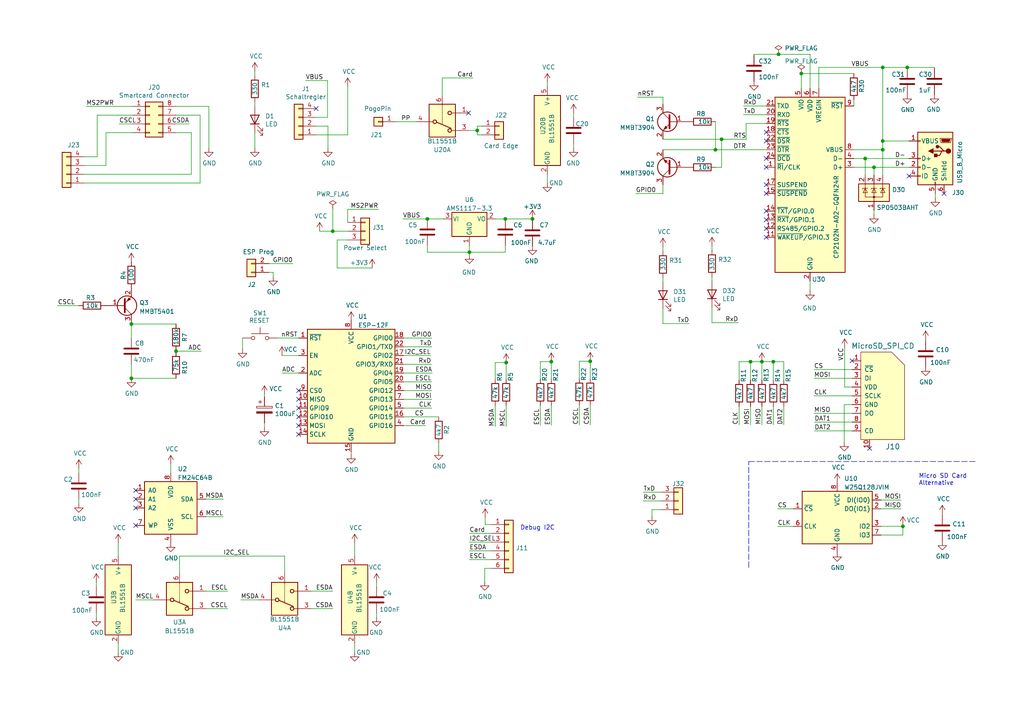
<source format=kicad_sch>
(kicad_sch (version 20211123) (generator eeschema)
  (paper "A4")
  (title_block (title "Lokkarten Emulator") (date "2024-03-02") (rev "0.99") (company "Modellbahn eXtreme") (comment 1 "Gerhard Bertelsmann"))
  (junction (at 38.1 93.98))
  (junction (at 232.41 21.336))
  (junction (at 138.43 37.846))
  (junction (at 209.296 40.386))
  (junction (at 123.952 63.5))
  (junction (at 207.518 43.434))
  (junction (at 256.032 40.894))
  (junction (at 250.952 45.974))
  (junction (at 146.812 105.156))
  (junction (at 159.893 104.902))
  (junction (at 225.806 15.748))
  (junction (at 96.52 67.056))
  (junction (at 256.032 43.434))
  (junction (at 261.874 152.654))
  (junction (at 136.144 73.152))
  (junction (at 38.1 109.728))
  (junction (at 263.144 19.558))
  (junction (at 171.196 104.775))
  (junction (at 154.432 63.5))
  (junction (at 51.054 101.854))
  (junction (at 146.558 63.5))
  (junction (at 256.032 19.558))
  (junction (at 217.678 104.902))
  (junction (at 220.98 104.902))
  (junction (at 224.282 104.902))
  (junction (at 253.492 48.514))
  (no_connect (at 222.25 61.214))
  (no_connect (at 86.614 123.444))
  (no_connect (at 91.694 31.496))
  (no_connect (at 39.37 142.24))
  (no_connect (at 86.614 120.904))
  (no_connect (at 222.25 68.834))
  (no_connect (at 222.25 63.754))
  (no_connect (at 86.614 115.824))
  (no_connect (at 86.614 118.364))
  (no_connect (at 273.812 56.134))
  (no_connect (at 252.222 130.048))
  (no_connect (at 39.37 152.4))
  (no_connect (at 263.652 51.054))
  (no_connect (at 222.25 53.594))
  (no_connect (at 247.142 104.648))
  (no_connect (at 86.614 113.284))
  (no_connect (at 222.25 66.294))
  (no_connect (at 135.89 32.766))
  (no_connect (at 222.25 45.974))
  (no_connect (at 222.25 40.894))
  (no_connect (at 39.37 144.78))
  (no_connect (at 222.25 38.354))
  (no_connect (at 222.25 48.514))
  (no_connect (at 222.25 56.134))
  (no_connect (at 86.614 125.984))
  (no_connect (at 39.37 147.32))
  (wire (pts (xy 91.694 39.116) (xy 100.838 39.116)))
  (wire (pts (xy 70.358 98.044) (xy 70.358 101.219)))
  (wire (pts (xy 51.054 101.854) (xy 51.054 102.108)))
  (wire (pts (xy 159.893 117.602) (xy 159.893 123.317)))
  (wire (pts (xy 136.144 154.686) (xy 142.494 154.686)))
  (wire (pts (xy 247.65 43.434) (xy 256.032 43.434)))
  (wire (pts (xy 247.142 109.728) (xy 236.093 109.728)))
  (wire (pts (xy 166.37 32.766) (xy 166.37 34.036)))
  (wire (pts (xy 217.678 110.236) (xy 217.678 104.902)))
  (wire (pts (xy 191.643 147.828) (xy 189.103 147.828)))
  (wire (pts (xy 136.144 71.12) (xy 136.144 73.152)))
  (wire (pts (xy 206.502 89.154) (xy 206.502 93.599)))
  (wire (pts (xy 38.354 38.481) (xy 30.734 38.481)))
  (wire (pts (xy 117.094 105.664) (xy 125.095 105.664)))
  (wire (pts (xy 250.952 45.974) (xy 263.652 45.974)))
  (wire (pts (xy 109.22 177.8) (xy 109.22 179.07)))
  (wire (pts (xy 261.874 155.194) (xy 261.874 152.654)))
  (wire (pts (xy 22.86 135.89) (xy 22.86 137.16)))
  (wire (pts (xy 146.812 105.156) (xy 146.812 109.982)))
  (wire (pts (xy 30.734 48.006) (xy 24.384 48.006)))
  (wire (pts (xy 81.788 103.124) (xy 86.614 103.124)))
  (wire (pts (xy 117.094 118.364) (xy 125.222 118.364)))
  (wire (pts (xy 271.272 56.134) (xy 271.272 57.404)))
  (wire (pts (xy 51.054 101.6) (xy 51.054 101.854)))
  (wire (pts (xy 191.643 142.748) (xy 186.563 142.748)))
  (wire (pts (xy 100.838 60.706) (xy 109.728 60.706)))
  (wire (pts (xy 166.37 41.656) (xy 166.37 42.926)))
  (wire (pts (xy 215.646 33.274) (xy 222.25 33.274)))
  (wire (pts (xy 16.764 88.646) (xy 22.86 88.646)))
  (wire (pts (xy 128.27 27.686) (xy 128.27 22.606)))
  (wire (pts (xy 55.499 38.481) (xy 55.499 50.546)))
  (wire (pts (xy 192.278 89.408) (xy 192.278 93.853)))
  (wire (pts (xy 140.589 164.846) (xy 140.589 168.656)))
  (wire (pts (xy 236.093 119.888) (xy 247.142 119.888)))
  (wire (pts (xy 101.854 131.826) (xy 101.854 131.064)))
  (wire (pts (xy 102.87 186.69) (xy 102.87 189.23)))
  (wire (pts (xy 232.41 21.336) (xy 247.65 21.336)))
  (wire (pts (xy 91.694 36.576) (xy 95.123 36.576)))
  (wire (pts (xy 143.637 105.156) (xy 146.812 105.156)))
  (wire (pts (xy 215.646 30.734) (xy 222.25 30.734)))
  (wire (pts (xy 224.282 117.856) (xy 224.282 123.19)))
  (wire (pts (xy 247.142 112.268) (xy 244.983 112.268)))
  (wire (pts (xy 77.978 76.454) (xy 84.963 76.454)))
  (wire (pts (xy 136.144 73.152) (xy 123.952 73.152)))
  (wire (pts (xy 58.039 33.401) (xy 58.039 53.086)))
  (wire (pts (xy 146.812 117.602) (xy 146.812 123.698)))
  (wire (pts (xy 123.952 63.5) (xy 128.524 63.5)))
  (wire (pts (xy 271.018 19.558) (xy 271.018 19.812)))
  (wire (pts (xy 58.039 53.086) (xy 24.384 53.086)))
  (wire (pts (xy 140.716 152.146) (xy 140.716 150.114)))
  (wire (pts (xy 234.95 81.534) (xy 234.95 84.328)))
  (wire (pts (xy 256.032 43.434) (xy 256.032 50.8)))
  (wire (pts (xy 171.196 117.475) (xy 171.196 123.19)))
  (wire (pts (xy 80.518 98.044) (xy 86.614 98.044)))
  (wire (pts (xy 214.376 104.902) (xy 217.678 104.902)))
  (wire (pts (xy 88.646 23.368) (xy 94.996 23.368)))
  (wire (pts (xy 97.79 77.724) (xy 107.95 77.724)))
  (wire (pts (xy 207.518 48.514) (xy 209.296 48.514)))
  (wire (pts (xy 100.838 64.516) (xy 100.838 60.706)))
  (wire (pts (xy 51.054 35.941) (xy 54.864 35.941)))
  (wire (pts (xy 256.032 19.558) (xy 256.032 40.894)))
  (wire (pts (xy 192.278 56.134) (xy 192.278 53.594)))
  (wire (pts (xy 192.278 71.628) (xy 192.278 72.898)))
  (wire (pts (xy 28.194 45.466) (xy 24.384 45.466)))
  (wire (pts (xy 225.552 152.654) (xy 230.124 152.654)))
  (wire (pts (xy 59.69 149.86) (xy 64.77 149.86)))
  (wire (pts (xy 255.524 152.654) (xy 261.874 152.654)))
  (wire (pts (xy 220.98 117.856) (xy 220.98 123.19)))
  (wire (pts (xy 207.518 35.306) (xy 207.518 43.434)))
  (wire (pts (xy 52.07 161.29) (xy 52.07 166.37)))
  (wire (pts (xy 100.838 25.146) (xy 100.838 39.116)))
  (wire (pts (xy 253.492 48.514) (xy 263.652 48.514)))
  (wire (pts (xy 27.94 177.8) (xy 27.94 179.07)))
  (wire (pts (xy 142.494 159.766) (xy 136.144 159.766)))
  (wire (pts (xy 192.278 30.226) (xy 192.278 28.194)))
  (wire (pts (xy 206.502 71.374) (xy 206.502 72.644)))
  (wire (pts (xy 76.708 122.682) (xy 76.708 123.952)))
  (wire (pts (xy 247.65 45.974) (xy 250.952 45.974)))
  (wire (pts (xy 135.89 37.846) (xy 138.43 37.846)))
  (wire (pts (xy 73.914 38.481) (xy 73.914 42.926)))
  (wire (pts (xy 38.1 93.98) (xy 51.054 93.98)))
  (wire (pts (xy 128.27 22.606) (xy 137.16 22.606)))
  (wire (pts (xy 90.17 171.45) (xy 96.52 171.45)))
  (wire (pts (xy 227.33 117.856) (xy 227.33 123.19)))
  (wire (pts (xy 69.85 173.99) (xy 74.93 173.99)))
  (wire (pts (xy 225.806 15.748) (xy 218.694 15.748)))
  (wire (pts (xy 217.678 117.856) (xy 217.678 123.19)))
  (wire (pts (xy 109.22 168.91) (xy 109.22 170.18)))
  (wire (pts (xy 159.893 109.982) (xy 159.893 104.902)))
  (wire (pts (xy 192.278 28.194) (xy 184.912 28.194)))
  (wire (pts (xy 237.49 19.558) (xy 256.032 19.558)))
  (wire (pts (xy 142.494 162.306) (xy 136.144 162.306)))
  (wire (pts (xy 38.1 93.98) (xy 38.1 98.044)))
  (wire (pts (xy 123.952 63.5) (xy 116.84 63.5)))
  (wire (pts (xy 55.499 50.546) (xy 24.384 50.546)))
  (wire (pts (xy 268.478 98.552) (xy 268.478 98.806)))
  (wire (pts (xy 79.248 78.994) (xy 79.248 80.264)))
  (wire (pts (xy 158.75 23.876) (xy 158.75 25.146)))
  (wire (pts (xy 232.41 25.654) (xy 232.41 21.336)))
  (wire (pts (xy 273.304 149.098) (xy 273.304 149.352)))
  (wire (pts (xy 236.22 124.968) (xy 247.142 124.968)))
  (wire (pts (xy 142.494 157.226) (xy 136.144 157.226)))
  (wire (pts (xy 117.094 115.824) (xy 125.222 115.824)))
  (wire (pts (xy 191.643 145.288) (xy 186.563 145.288)))
  (wire (pts (xy 218.694 15.748) (xy 218.694 16.002)))
  (wire (pts (xy 136.144 73.152) (xy 146.558 73.152)))
  (wire (pts (xy 224.282 104.902) (xy 227.33 104.902)))
  (wire (pts (xy 227.33 104.902) (xy 227.33 110.236)))
  (wire (pts (xy 90.17 176.53) (xy 96.52 176.53)))
  (wire (pts (xy 216.408 40.386) (xy 209.296 40.386)))
  (wire (pts (xy 244.983 112.268) (xy 244.983 100.838)))
  (polyline (pts (xy 217.17 164.592) (xy 217.17 133.858)))
  (wire (pts (xy 247.65 28.956) (xy 247.65 30.734)))
  (wire (pts (xy 158.75 50.546) (xy 158.75 53.086)))
  (wire (pts (xy 209.296 48.514) (xy 209.296 40.386)))
  (wire (pts (xy 51.054 101.854) (xy 58.42 101.854)))
  (wire (pts (xy 168.021 104.775) (xy 171.196 104.775)))
  (wire (pts (xy 38.1 93.726) (xy 38.1 93.98)))
  (wire (pts (xy 76.708 114.427) (xy 76.708 115.062)))
  (wire (pts (xy 97.79 69.596) (xy 97.79 77.724)))
  (wire (pts (xy 138.43 36.576) (xy 139.7 36.576)))
  (wire (pts (xy 156.718 104.902) (xy 159.893 104.902)))
  (wire (pts (xy 94.996 34.036) (xy 94.996 23.368)))
  (wire (pts (xy 22.86 144.78) (xy 22.86 146.05)))
  (wire (pts (xy 38.354 33.401) (xy 28.194 33.401)))
  (wire (pts (xy 49.53 134.62) (xy 49.53 137.16)))
  (wire (pts (xy 234.95 25.654) (xy 234.95 15.748)))
  (wire (pts (xy 225.552 147.574) (xy 230.124 147.574)))
  (wire (pts (xy 168.021 109.855) (xy 168.021 104.775)))
  (wire (pts (xy 156.718 109.982) (xy 156.718 104.902)))
  (wire (pts (xy 59.69 176.53) (xy 66.04 176.53)))
  (wire (pts (xy 82.55 166.37) (xy 82.55 161.29)))
  (wire (pts (xy 247.142 122.428) (xy 236.22 122.428)))
  (wire (pts (xy 143.764 63.5) (xy 146.558 63.5)))
  (wire (pts (xy 256.032 19.558) (xy 263.144 19.558)))
  (wire (pts (xy 138.43 36.576) (xy 138.43 37.846)))
  (wire (pts (xy 192.278 93.853) (xy 199.898 93.853)))
  (wire (pts (xy 117.094 113.284) (xy 125.222 113.284)))
  (wire (pts (xy 253.492 60.96) (xy 253.492 62.23)))
  (wire (pts (xy 102.87 157.48) (xy 102.87 161.29)))
  (wire (pts (xy 38.354 35.941) (xy 34.544 35.941)))
  (wire (pts (xy 96.52 60.706) (xy 96.52 67.056)))
  (wire (pts (xy 117.094 100.584) (xy 125.222 100.584)))
  (wire (pts (xy 142.494 164.846) (xy 140.589 164.846)))
  (wire (pts (xy 123.952 71.12) (xy 123.952 73.152)))
  (wire (pts (xy 100.838 67.056) (xy 96.52 67.056)))
  (wire (pts (xy 192.278 43.434) (xy 207.518 43.434)))
  (wire (pts (xy 237.49 25.654) (xy 237.49 19.558)))
  (wire (pts (xy 138.43 37.846) (xy 138.43 39.116)))
  (wire (pts (xy 39.37 173.99) (xy 44.45 173.99)))
  (wire (pts (xy 214.376 117.856) (xy 214.376 123.19)))
  (wire (pts (xy 136.144 73.152) (xy 136.144 73.914)))
  (wire (pts (xy 143.637 117.602) (xy 143.637 123.698)))
  (wire (pts (xy 51.054 109.728) (xy 38.1 109.728)))
  (wire (pts (xy 96.52 67.056) (xy 92.71 67.056)))
  (wire (pts (xy 214.376 110.236) (xy 214.376 104.902)))
  (wire (pts (xy 216.408 40.386) (xy 216.408 35.814)))
  (wire (pts (xy 30.734 38.481) (xy 30.734 48.006)))
  (wire (pts (xy 224.282 104.902) (xy 224.282 110.236)))
  (wire (pts (xy 140.716 152.146) (xy 142.494 152.146)))
  (wire (pts (xy 247.142 107.188) (xy 236.093 107.188)))
  (wire (pts (xy 59.69 171.45) (xy 66.04 171.45)))
  (wire (pts (xy 59.69 144.78) (xy 64.77 144.78)))
  (wire (pts (xy 114.808 35.306) (xy 120.65 35.306)))
  (wire (pts (xy 73.914 30.861) (xy 73.914 29.591)))
  (wire (pts (xy 117.094 108.204) (xy 125.349 108.204)))
  (wire (pts (xy 206.502 93.599) (xy 214.122 93.599)))
  (wire (pts (xy 263.652 40.894) (xy 256.032 40.894)))
  (wire (pts (xy 38.354 30.861) (xy 25.019 30.861)))
  (wire (pts (xy 77.978 78.994) (xy 79.248 78.994)))
  (wire (pts (xy 168.021 117.475) (xy 168.021 123.19)))
  (wire (pts (xy 216.408 35.814) (xy 222.25 35.814)))
  (wire (pts (xy 255.524 147.574) (xy 261.366 147.574)))
  (wire (pts (xy 189.103 147.828) (xy 189.103 149.733)))
  (wire (pts (xy 100.838 69.596) (xy 97.79 69.596)))
  (wire (pts (xy 261.874 152.654) (xy 261.874 152.4)))
  (wire (pts (xy 27.94 168.91) (xy 27.94 170.18)))
  (wire (pts (xy 91.694 34.036) (xy 94.996 34.036)))
  (wire (pts (xy 255.524 145.034) (xy 261.366 145.034)))
  (wire (pts (xy 247.142 114.808) (xy 236.093 114.808)))
  (wire (pts (xy 81.788 108.204) (xy 86.614 108.204)))
  (wire (pts (xy 117.094 110.744) (xy 125.222 110.744)))
  (wire (pts (xy 192.278 81.788) (xy 192.278 80.518)))
  (polyline (pts (xy 217.17 133.858) (xy 283.21 133.858)))
  (wire (pts (xy 34.29 157.48) (xy 34.29 161.29)))
  (wire (pts (xy 209.296 40.386) (xy 192.278 40.386)))
  (wire (pts (xy 247.142 117.348) (xy 244.856 117.348)))
  (wire (pts (xy 73.914 20.701) (xy 73.914 21.971)))
  (wire (pts (xy 207.518 43.434) (xy 222.25 43.434)))
  (wire (pts (xy 184.404 56.134) (xy 192.278 56.134)))
  (wire (pts (xy 51.054 33.401) (xy 58.039 33.401)))
  (wire (pts (xy 117.094 123.444) (xy 123.444 123.444)))
  (wire (pts (xy 146.558 71.12) (xy 146.558 73.152)))
  (wire (pts (xy 127.254 128.524) (xy 127.254 130.81)))
  (wire (pts (xy 253.492 48.514) (xy 253.492 50.8)))
  (wire (pts (xy 247.65 48.514) (xy 253.492 48.514)))
  (wire (pts (xy 95.123 36.576) (xy 95.123 42.926)))
  (wire (pts (xy 51.054 38.481) (xy 55.499 38.481)))
  (wire (pts (xy 154.432 63.5) (xy 154.432 63.754)))
  (wire (pts (xy 28.194 33.401) (xy 28.194 45.466)))
  (wire (pts (xy 38.1 105.664) (xy 38.1 109.728)))
  (wire (pts (xy 60.579 30.861) (xy 60.579 42.926)))
  (wire (pts (xy 117.094 120.904) (xy 127.254 120.904)))
  (wire (pts (xy 146.558 63.5) (xy 154.432 63.5)))
  (wire (pts (xy 156.718 117.602) (xy 156.718 123.317)))
  (wire (pts (xy 250.952 45.974) (xy 250.952 50.8)))
  (wire (pts (xy 34.29 186.69) (xy 34.29 189.23)))
  (wire (pts (xy 206.502 81.534) (xy 206.502 80.264)))
  (wire (pts (xy 255.524 155.194) (xy 261.874 155.194)))
  (wire (pts (xy 217.678 104.902) (xy 220.98 104.902)))
  (wire (pts (xy 263.144 19.558) (xy 263.144 19.812)))
  (wire (pts (xy 51.054 30.861) (xy 60.579 30.861)))
  (wire (pts (xy 138.43 39.116) (xy 139.7 39.116)))
  (wire (pts (xy 256.032 40.894) (xy 256.032 43.434)))
  (wire (pts (xy 234.95 15.748) (xy 225.806 15.748)))
  (wire (pts (xy 220.98 104.902) (xy 224.282 104.902)))
  (wire (pts (xy 171.196 109.855) (xy 171.196 104.775)))
  (wire (pts (xy 82.55 161.29) (xy 52.07 161.29)))
  (wire (pts (xy 220.98 104.902) (xy 220.98 110.236)))
  (wire (pts (xy 263.144 19.558) (xy 271.018 19.558)))
  (wire (pts (xy 117.094 103.124) (xy 124.968 103.124)))
  (wire (pts (xy 143.637 105.156) (xy 143.637 109.982)))
  (wire (pts (xy 117.094 98.044) (xy 125.222 98.044)))
  (wire (pts (xy 244.856 117.348) (xy 244.856 128.27)))
  (text "Debug I2C" (at 150.876 153.924 0) (effects (font (size 1.27 1.27)) (justify left bottom)))
  (text "Micro SD Card\nAlternative" (at 266.446 140.97 0) (effects (font (size 1.27 1.27)) (justify left bottom)))
  (label "CLK" (at 125.222 118.364 180))
  (label "MS2PWR" (at 109.728 60.706 180))
  (label "CSCL" (at 66.04 176.53 180))
  (label "ESDA" (at 159.893 123.317 90))
  (label "CS" (at 236.093 107.188 0))
  (label "D-" (at 259.588 45.974 0))
  (label "TxD" (at 186.563 142.748 0))
  (label "CSDA" (at 96.52 176.53 180))
  (label "GPIO0" (at 184.404 56.134 0))
  (label "GPIO0" (at 125.222 98.044 180))
  (label "CS" (at 122.936 120.904 180))
  (label "RxD" (at 125.095 105.664 180))
  (label "ESCL" (at 125.222 110.744 180))
  (label "MISO" (at 261.366 147.574 180))
  (label "nRST" (at 184.912 28.194 0))
  (label "Card" (at 136.144 154.686 0))
  (label "VBUS" (at 116.84 63.5 0))
  (label "DAT2" (at 236.22 124.968 0))
  (label "I2C_SEL" (at 64.77 161.29 0))
  (label "VBUS" (at 88.646 23.368 0))
  (label "CLK" (at 236.093 114.808 0))
  (label "TxD" (at 199.898 93.853 180))
  (label "MSDA" (at 64.77 144.78 180))
  (label "Card" (at 137.16 22.606 180))
  (label "VCC" (at 244.983 104.648 90))
  (label "MOSI" (at 125.222 115.824 180))
  (label "CSCL" (at 16.764 88.646 0))
  (label "TxD" (at 215.646 33.274 0))
  (label "Card" (at 123.444 123.444 180))
  (label "MISO" (at 125.222 113.284 180))
  (label "MSCL" (at 64.77 149.86 180))
  (label "ADC" (at 58.42 101.854 180))
  (label "GPIO0" (at 84.963 76.454 180))
  (label "TxD" (at 125.222 100.584 180))
  (label "DTR" (at 216.408 43.434 180))
  (label "CSCL" (at 34.544 35.941 0))
  (label "D+" (at 259.588 48.514 0))
  (label "RxD" (at 186.563 145.288 0))
  (label "ESCL" (at 66.04 171.45 180))
  (label "RTS" (at 216.408 40.386 180))
  (label "MOSI" (at 217.678 123.19 90))
  (label "ESDA" (at 125.349 108.204 180))
  (label "MS2PWR" (at 25.019 30.861 0))
  (label "I2C_SEL" (at 136.144 157.226 0))
  (label "MOSI" (at 236.093 109.728 0))
  (label "ADC" (at 81.788 108.204 0))
  (label "nRST" (at 81.534 98.044 0))
  (label "CLK" (at 214.376 123.19 90))
  (label "CSCL" (at 168.021 123.19 90))
  (label "RxD" (at 214.122 93.599 180))
  (label "CLK" (at 225.552 152.654 0))
  (label "ESCL" (at 156.718 123.317 90))
  (label "ESCL" (at 136.144 162.306 0))
  (label "MISO" (at 236.093 119.888 0))
  (label "CS" (at 225.552 147.574 0))
  (label "CSDA" (at 54.864 35.941 180))
  (label "PP" (at 116.332 35.306 0))
  (label "VBUS" (at 246.888 19.558 0))
  (label "MSDA" (at 143.637 123.698 90))
  (label "I2C_SEL" (at 124.968 103.124 180))
  (label "MSCL" (at 39.37 173.99 0))
  (label "DAT1" (at 236.22 122.428 0))
  (label "MSCL" (at 146.812 123.698 90))
  (label "ESDA" (at 96.52 171.45 180))
  (label "MISO" (at 220.98 123.19 90))
  (label "MOSI" (at 261.366 145.034 180))
  (label "MSDA" (at 69.85 173.99 0))
  (label "RxD" (at 215.646 30.734 0))
  (label "CSDA" (at 171.196 123.19 90))
  (label "DAT2" (at 227.33 123.19 90))
  (label "DAT1" (at 224.282 123.19 90))
  (label "ESDA" (at 136.144 159.766 0))
  (symbol (lib_id "Connector:USB_B_Micro") (at 271.272 45.974 0) (mirror y) (unit 1)
    (property "Reference" "J30" (at 276.098 55.88 0) (effects (justify right)))
    (property "Value" "USB_B_Micro" (at 278.384 40.894 90) (effects (justify right)))
    (property "Footprint" "Connector_USB:USB_Micro-B_Amphenol_10118194_Horizontal" (effects hide))
    (property "LCSC" "C132563" (effects hide))
  )
  (symbol (lib_id "power:GND") (at 271.272 57.404 0) (unit 1)
    (property "Reference" "#PWR0102" (effects hide))
    (property "Value" "GND" (at 271.399 61.7982 0))
  )
  (symbol (lib_id "power:GND") (at 127.254 130.81 0) (unit 1)
    (property "Reference" "#PWR0103" (effects hide))
    (property "Value" "GND" (at 127.381 135.2042 0))
  )
  (symbol (lib_id "Device:C") (at 263.144 23.622 0) (unit 1)
    (property "Reference" "C31" (at 258.572 21.59 0) (effects (justify left)))
    (property "Value" "100nF" (at 256.794 26.162 0) (effects (justify left)))
    (property "Footprint" "Capacitor_SMD:C_0603_1608Metric" (effects hide))
    (property "LCSC" "C14663" (effects hide))
  )
  (symbol (lib_id "power:GND") (at 263.144 27.432 0) (unit 1)
    (property "Reference" "#PWR0104" (effects hide))
    (property "Value" "GND" (at 263.271 31.8262 0))
  )
  (symbol (lib_id "Device:C") (at 271.018 23.622 0) (unit 1)
    (property "Reference" "C30" (at 266.446 21.59 0) (effects (justify left)))
    (property "Value" "1uF" (at 266.446 26.162 0) (effects (justify left)))
    (property "Footprint" "Capacitor_SMD:C_0805_2012Metric" (effects hide))
    (property "LCSC" "C28323" (effects hide))
  )
  (symbol (lib_id "power:GND") (at 271.018 27.432 0) (unit 1)
    (property "Reference" "#PWR0105" (effects hide))
    (property "Value" "GND" (at 270.764 31.75 0))
  )
  (symbol (lib_id "power:GND") (at 189.103 149.733 0) (unit 1)
    (property "Reference" "#PWR0106" (effects hide))
    (property "Value" "GND" (at 189.23 154.1272 0))
  )
  (symbol (lib_id "Connector_Generic:Conn_02x04_Counter_Clockwise") (at 43.434 33.401 0) (unit 1) (in_bom no)
    (property "Reference" "J20" (at 44.704 25.3492 0))
    (property "Value" "Smartcard Connector" (at 44.704 27.6606 0))
    (property "Footprint" "w_conn_misc:iso7816_conn" (effects hide))
  )
  (symbol (lib_id "Connector_Generic:Conn_01x04") (at 86.614 36.576 180) (unit 1) (in_bom no)
    (property "Reference" "J1" (at 88.6968 25.781 0))
    (property "Value" "Schaltregler" (at 88.6968 28.0924 0))
    (property "Footprint" "Connector_PinHeader_2.54mm:PinHeader_1x04_P2.54mm_Vertical" (effects hide))
  )
  (symbol (lib_id "power:GND") (at 244.856 128.27 0) (unit 1)
    (property "Reference" "#PWR0107" (effects hide))
    (property "Value" "GND" (at 244.983 132.6642 0))
  )
  (symbol (lib_id "power:VCC") (at 244.983 100.838 0) (unit 1)
    (property "Reference" "#PWR0108" (effects hide))
    (property "Value" "VCC" (at 245.364 96.4438 0))
  )
  (symbol (lib_id "Device:R") (at 214.376 114.046 0) (unit 1)
    (property "Reference" "R11" (at 215.646 110.871 90) (effects (justify left)))
    (property "Value" "4k7" (at 214.376 115.951 90) (effects (justify left)))
    (property "Footprint" "Resistor_SMD:R_0603_1608Metric" (effects hide))
    (property "LCSC" "C23162" (effects hide))
  )
  (symbol (lib_id "Device:R") (at 217.678 114.046 0) (unit 1)
    (property "Reference" "R12" (at 218.948 110.871 90) (effects (justify left)))
    (property "Value" "4k7" (at 217.678 115.951 90) (effects (justify left)))
    (property "Footprint" "Resistor_SMD:R_0603_1608Metric" (effects hide))
    (property "LCSC" "C23162" (effects hide))
  )
  (symbol (lib_id "Device:R") (at 220.98 114.046 0) (unit 1)
    (property "Reference" "R13" (at 222.25 110.744 90) (effects (justify left)))
    (property "Value" "4k7" (at 220.98 115.951 90) (effects (justify left)))
    (property "Footprint" "Resistor_SMD:R_0603_1608Metric" (effects hide))
    (property "LCSC" "C23162" (effects hide))
  )
  (symbol (lib_id "power:VCC") (at 220.98 104.902 0) (unit 1)
    (property "Reference" "#PWR0109" (effects hide))
    (property "Value" "VCC" (at 221.361 100.5078 0))
  )
  (symbol (lib_id "Device:R") (at 156.718 113.792 0) (unit 1)
    (property "Reference" "R20" (at 157.988 110.617 90) (effects (justify left)))
    (property "Value" "4k7" (at 156.718 115.697 90) (effects (justify left)))
    (property "Footprint" "Resistor_SMD:R_0603_1608Metric" (effects hide))
    (property "LCSC" "C23162" (effects hide))
  )
  (symbol (lib_id "Device:R") (at 159.893 113.792 0) (unit 1)
    (property "Reference" "R21" (at 161.163 110.617 90) (effects (justify left)))
    (property "Value" "4k7" (at 159.893 115.697 90) (effects (justify left)))
    (property "Footprint" "Resistor_SMD:R_0603_1608Metric" (effects hide))
    (property "LCSC" "C23162" (effects hide))
  )
  (symbol (lib_id "power:VCC") (at 159.893 104.902 0) (unit 1)
    (property "Reference" "#PWR0110" (effects hide))
    (property "Value" "VCC" (at 160.274 100.5078 0))
  )
  (symbol (lib_id "Switch:SW_Push") (at 75.438 98.044 0) (unit 1) (in_bom no)
    (property "Reference" "SW1" (at 75.438 90.805 0))
    (property "Value" "RESET" (at 75.184 92.964 0))
    (property "Footprint" "Button_Switch_THT:SW_PUSH_6mm_H4.3mm" (effects hide))
  )
  (symbol (lib_id "power:GND") (at 70.358 101.219 0) (unit 1)
    (property "Reference" "#PWR0111" (effects hide))
    (property "Value" "GND" (at 70.485 105.6132 0))
  )
  (symbol (lib_id "power:GND") (at 60.579 42.926 0) (unit 1)
    (property "Reference" "#PWR0128" (effects hide))
    (property "Value" "GND" (at 60.706 47.3202 0))
  )
  (symbol (lib_id "Connector_Generic:Conn_01x02") (at 72.898 78.994 180) (unit 1) (in_bom no)
    (property "Reference" "J2" (at 73.025 82.55 0))
    (property "Value" "ESP Prog" (at 74.9808 73.0504 0))
    (property "Footprint" "Connector_PinHeader_2.54mm:PinHeader_1x02_P2.54mm_Vertical" (effects hide))
  )
  (symbol (lib_id "power:GND") (at 79.248 80.264 0) (unit 1)
    (property "Reference" "#PWR0130" (effects hide))
    (property "Value" "GND" (at 79.375 84.6582 0))
  )
  (symbol (lib_id "power:VCC") (at 100.838 25.146 0) (unit 1)
    (property "Reference" "#PWR0133" (effects hide))
    (property "Value" "VCC" (at 101.219 20.7518 0))
  )
  (symbol (lib_id "power:GND") (at 95.123 42.926 0) (unit 1)
    (property "Reference" "#PWR0134" (effects hide))
    (property "Value" "GND" (at 95.25 47.3202 0))
  )
  (symbol (lib_id "Device:LED") (at 73.914 34.671 90) (unit 1)
    (property "Reference" "D1" (at 76.9112 33.6804 90) (effects (justify right)))
    (property "Value" "LED" (at 76.9112 35.9918 90) (effects (justify right)))
    (property "Footprint" "LED_SMD:LED_0603_1608Metric" (effects hide))
    (property "LCSC" "C2286" (effects hide))
  )
  (symbol (lib_id "Device:R") (at 73.914 25.781 0) (unit 1)
    (property "Reference" "R1" (at 75.692 24.6126 0) (effects (justify left)))
    (property "Value" "330" (at 73.914 27.686 90) (effects (justify left)))
    (property "Footprint" "Resistor_SMD:R_0603_1608Metric" (effects hide))
    (property "LCSC" "C23138" (effects hide))
  )
  (symbol (lib_id "power:VCC") (at 73.914 20.701 0) (unit 1)
    (property "Reference" "#PWR0136" (effects hide))
    (property "Value" "VCC" (at 74.295 16.3068 0))
  )
  (symbol (lib_id "power:GND") (at 73.914 42.926 0) (unit 1)
    (property "Reference" "#PWR0137" (effects hide))
    (property "Value" "GND" (at 74.041 47.3202 0))
  )
  (symbol (lib_id "power:VCC") (at 101.854 92.964 0) (unit 1)
    (property "Reference" "#PWR0138" (effects hide))
    (property "Value" "VCC" (at 102.235 88.5698 0))
  )
  (symbol (lib_id "ms2-card-rescue:CP-Device") (at 76.708 118.872 0) (unit 1) (in_bom no)
    (property "Reference" "C1" (at 79.7052 117.7036 0) (effects (justify left)))
    (property "Value" "100uF" (at 79.7052 120.015 0) (effects (justify left)))
    (property "Footprint" "Capacitor_Tantalum_SMD:CP_EIA-7343-31_Kemet-D_Pad2.25x2.55mm_HandSolder" (effects hide))
  )
  (symbol (lib_id "power:GND") (at 76.708 123.952 0) (unit 1)
    (property "Reference" "#PWR0139" (effects hide))
    (property "Value" "GND" (at 76.835 128.3462 0))
  )
  (symbol (lib_id "power:GND") (at 140.589 168.656 0) (unit 1)
    (property "Reference" "#PWR0142" (effects hide))
    (property "Value" "GND" (at 140.716 173.0502 0))
  )
  (symbol (lib_id "power:VCC") (at 140.716 150.114 0) (unit 1)
    (property "Reference" "#PWR0143" (effects hide))
    (property "Value" "VCC" (at 141.097 145.7198 0))
  )
  (symbol (lib_id "power:PWR_FLAG") (at 96.52 60.706 0) (unit 1)
    (property "Reference" "#FLG0102" (effects hide))
    (property "Value" "PWR_FLAG" (at 96.52 56.3118 0))
  )
  (symbol (lib_id "Device:R") (at 127.254 124.714 0) (unit 1)
    (property "Reference" "R2" (at 129.54 125.984 90) (effects (justify left)))
    (property "Value" "4k7" (at 127.254 126.619 90) (effects (justify left)))
    (property "Footprint" "Resistor_SMD:R_0603_1608Metric" (effects hide))
    (property "LCSC" "C23162" (effects hide))
  )
  (symbol (lib_id "Connector_Generic:Conn_01x03") (at 105.918 67.056 0) (unit 1) (in_bom no)
    (property "Reference" "J31" (at 107.95 65.9892 0) (effects (justify left)))
    (property "Value" "Power Select" (at 99.568 71.882 0) (effects (justify left)))
    (property "Footprint" "Connector_PinHeader_2.54mm:PinHeader_1x03_P2.54mm_Vertical" (effects hide))
  )
  (symbol (lib_id "Connector_Generic:Conn_01x04") (at 19.304 50.546 180) (unit 1) (in_bom no)
    (property "Reference" "J23" (at 21.3868 42.0878 0))
    (property "Value" "Conn_01x04" (effects hide))
    (property "Footprint" "Connector_PinHeader_1.27mm:PinHeader_1x04_P1.27mm_Vertical" (effects hide))
  )
  (symbol (lib_id "Device:R") (at 224.282 114.046 0) (unit 1)
    (property "Reference" "R14" (at 225.552 110.871 90) (effects (justify left)))
    (property "Value" "4k7" (at 224.282 115.951 90) (effects (justify left)))
    (property "Footprint" "Resistor_SMD:R_0603_1608Metric" (effects hide))
    (property "LCSC" "C23162" (effects hide))
  )
  (symbol (lib_id "power:VCC") (at 81.788 103.124 0) (unit 1)
    (property "Reference" "#PWR0156" (effects hide))
    (property "Value" "VCC" (at 84.328 101.346 0))
  )
  (symbol (lib_id "power:GND") (at 253.492 62.23 0) (unit 1)
    (property "Reference" "#PWR0135" (effects hide))
    (property "Value" "GND" (at 253.619 66.6242 0))
  )
  (symbol (lib_id "power:PWR_FLAG") (at 225.806 15.748 0) (unit 1)
    (property "Reference" "#FLG0103" (effects hide))
    (property "Value" "PWR_FLAG" (at 232.41 13.97 0))
  )
  (symbol (lib_id "power:VCC") (at 38.1 75.946 0) (unit 1)
    (property "Reference" "#PWR02" (effects hide))
    (property "Value" "VCC" (at 38.481 71.5518 0))
  )
  (symbol (lib_id "Memory_NVRAM:FM24C64B") (at 49.53 147.32 0) (unit 1)
    (property "Reference" "U2" (at 51.5494 136.0002 0) (effects (justify left)))
    (property "Value" "FM24C64B" (at 51.5494 138.5371 0) (effects (justify left)))
    (property "Footprint" "Package_SO:SOIC-8_3.9x4.9mm_P1.27mm" (effects hide))
    (property "Datasheet" "http://www.cypress.com/file/41651/download" (effects hide))
    (property "LCSC" "C9829" (effects hide))
    (property "JLCPCB Rotation Offset" "-90" (effects hide))
  )
  (symbol (lib_id "Analog_Switch:TS5A3159ADBVR") (at 102.87 173.99 0) (unit 2)
    (property "Reference" "U4" (at 101.6 175.26 90) (effects (justify left)))
    (property "Value" "BL1551B" (at 104.14 177.8 90) (effects (justify left)))
    (property "Footprint" "Package_TO_SOT_SMD:SOT-363_SC-70-6" (effects hide))
    (property "Datasheet" "https://datasheet.lcsc.com/lcsc/2201121900_BL-Shanghai-Belling-BL1551B_C2944066.pdf" (effects hide))
    (property "LCSC" "C2944066" (effects hide))
    (property "JLCPCB Rotation Offset" "180" (effects hide))
  )
  (symbol (lib_id "Analog_Switch:TS5A3159ADBVR") (at 34.29 173.99 0) (unit 2)
    (property "Reference" "U3" (at 33.02 175.26 90) (effects (justify left)))
    (property "Value" "BL1551B" (at 35.56 177.8 90) (effects (justify left)))
    (property "Footprint" "Package_TO_SOT_SMD:SOT-363_SC-70-6" (effects hide))
    (property "Datasheet" "https://datasheet.lcsc.com/lcsc/2201121900_BL-Shanghai-Belling-BL1551B_C2944066.pdf" (effects hide))
    (property "LCSC" "C2944066" (effects hide))
    (property "JLCPCB Rotation Offset" "180" (effects hide))
  )
  (symbol (lib_id "Device:R") (at 51.054 105.918 180) (unit 1)
    (property "Reference" "R10" (at 53.594 104.648 90) (effects (justify left)))
    (property "Value" "75k" (at 51.054 104.14 90) (effects (justify left)))
    (property "Footprint" "Resistor_SMD:R_0603_1608Metric" (effects hide))
    (property "LCSC" "C23242" (effects hide))
  )
  (symbol (lib_id "power:GND") (at 166.37 42.926 0) (mirror y) (unit 1)
    (property "Reference" "#PWR0126" (effects hide))
    (property "Value" "GND" (at 166.243 47.3202 0))
  )
  (symbol (lib_id "Device:C") (at 123.952 67.31 0) (unit 1)
    (property "Reference" "C5" (at 118.364 65.278 0) (effects (justify left)))
    (property "Value" "100nF" (at 117.348 70.104 0) (effects (justify left)))
    (property "Footprint" "Capacitor_SMD:C_0603_1608Metric" (effects hide))
    (property "LCSC" "C14663" (effects hide))
  )
  (symbol (lib_id "RF_Module:ESP-12E") (at 101.854 113.284 0) (unit 1)
    (property "Reference" "U1" (at 103.8734 91.8042 0) (effects (justify left)))
    (property "Value" "ESP-12F" (at 103.8734 94.3411 0) (effects (justify left)))
    (property "Footprint" "RF_Module:ESP-12E" (effects hide))
    (property "Datasheet" "http://wiki.ai-thinker.com/_media/esp8266/esp8266_series_modules_user_manual_v1.1.pdf" (effects hide))
    (property "LCSC" "C82891" (effects hide))
    (property "JLCPCB Rotation Offset" "-90" (effects hide))
    (property "JLCPCB Position Offset" "4.03,0.0" (effects hide))
  )
  (symbol (lib_id "Device:C") (at 38.1 101.854 0) (unit 1)
    (property "Reference" "C8" (at 39.116 99.568 0) (effects (justify left)))
    (property "Value" "470nF" (at 38.735 104.394 0) (effects (justify left)))
    (property "Footprint" "Capacitor_SMD:C_0603_1608Metric" (effects hide))
    (property "LCSC" "C1623" (effects hide))
  )
  (symbol (lib_id "Device:R") (at 168.021 113.665 0) (unit 1)
    (property "Reference" "R22" (at 169.291 110.49 90) (effects (justify left)))
    (property "Value" "47k" (at 168.021 115.57 90) (effects (justify left)))
    (property "Footprint" "Resistor_SMD:R_0603_1608Metric" (effects hide))
    (property "LCSC" "C25819" (effects hide))
  )
  (symbol (lib_id "power:GND") (at 218.694 23.622 0) (unit 1)
    (property "Reference" "#PWR0141" (effects hide))
    (property "Value" "GND" (at 218.821 28.0162 0))
  )
  (symbol (lib_id "power:VCC") (at 22.86 135.89 0) (unit 1)
    (property "Reference" "#PWR0115" (effects hide))
    (property "Value" "VCC" (at 23.241 131.4958 0))
  )
  (symbol (lib_id "power:VCC") (at 206.502 71.374 0) (unit 1)
    (property "Reference" "#PWR0148" (effects hide))
    (property "Value" "VCC" (at 206.883 66.9798 0))
  )
  (symbol (lib_id "Device:R") (at 51.054 97.79 180) (unit 1)
    (property "Reference" "R7" (at 53.594 96.52 90) (effects (justify left)))
    (property "Value" "180k" (at 51.054 95.25 90) (effects (justify left)))
    (property "Footprint" "Resistor_SMD:R_0603_1608Metric" (effects hide))
    (property "LCSC" "C22827" (effects hide))
  )
  (symbol (lib_id "power:VCC") (at 34.29 157.48 0) (unit 1)
    (property "Reference" "#PWR0123" (effects hide))
    (property "Value" "VCC" (at 34.671 153.0858 0))
  )
  (symbol (lib_id "power:GND") (at 22.86 146.05 0) (unit 1)
    (property "Reference" "#PWR0114" (effects hide))
    (property "Value" "GND" (at 22.987 150.4442 0))
  )
  (symbol (lib_id "power:+3V3") (at 107.95 77.724 0) (unit 1)
    (property "Reference" "#PWR0144" (effects hide))
    (property "Value" "+3V3" (at 104.14 76.2 0))
  )
  (symbol (lib_id "Device:R") (at 247.65 25.146 0) (unit 1)
    (property "Reference" "R30" (at 249.936 26.924 90) (effects (justify left)))
    (property "Value" "4k7" (at 247.65 26.924 90) (effects (justify left)))
    (property "Footprint" "Resistor_SMD:R_0603_1608Metric" (effects hide))
    (property "LCSC" "C23162" (effects hide))
  )
  (symbol (lib_id "Connector_Generic:Conn_01x01") (at 109.728 35.306 180) (unit 1) (in_bom no)
    (property "Reference" "J21" (at 110.998 39.116 0) (effects (justify left)))
    (property "Value" "PogoPin" (at 113.538 31.496 0) (effects (justify left)))
    (property "Footprint" "PogoPin:PogoPin" (effects hide))
  )
  (symbol (lib_id "Interface_USB:CP2102N-Axx-xQFN24") (at 234.95 53.594 0) (mirror y) (unit 1)
    (property "Reference" "U30" (at 235.4706 81.0244 0) (effects (justify right)))
    (property "Value" "CP2102N-A02-GQFN24R " (at 242.57 50.8 90) (effects (justify right)))
    (property "Footprint" "Package_DFN_QFN:QFN-24-1EP_4x4mm_P0.5mm_EP2.6x2.6mm" (effects hide))
    (property "Datasheet" "https://www.silabs.com/documents/public/data-sheets/cp2102n-datasheet.pdf" (effects hide))
    (property "LCSC" "C969151" (effects hide))
  )
  (symbol (lib_id "power:GND") (at 101.854 131.826 0) (unit 1)
    (property "Reference" "#PWR0112" (effects hide))
    (property "Value" "GND" (at 101.981 136.2202 0))
  )
  (symbol (lib_id "Device:R") (at 203.708 48.514 270) (mirror x) (unit 1)
    (property "Reference" "R9" (at 201.93 46.228 90) (effects (justify left)))
    (property "Value" "10k" (at 202.438 48.514 90) (effects (justify left)))
    (property "Footprint" "Resistor_SMD:R_0603_1608Metric" (effects hide))
    (property "LCSC" "C25804" (effects hide))
  )
  (symbol (lib_id "power:VCC") (at 27.94 168.91 0) (unit 1)
    (property "Reference" "#PWR0122" (effects hide))
    (property "Value" "VCC" (at 28.321 164.5158 0))
  )
  (symbol (lib_id "power:VCC") (at 146.812 105.156 0) (unit 1)
    (property "Reference" "#PWR0116" (effects hide))
    (property "Value" "VCC" (at 147.193 100.7618 0))
  )
  (symbol (lib_id "power:GND") (at 242.824 160.274 0) (unit 1)
    (property "Reference" "#PWR0157" (effects hide))
    (property "Value" "GND" (at 242.951 164.6682 0))
  )
  (symbol (lib_id "Device:LED") (at 192.278 85.598 90) (unit 1)
    (property "Reference" "D31" (at 195.2752 84.6074 90) (effects (justify right)))
    (property "Value" "LED" (at 195.2752 86.9188 90) (effects (justify right)))
    (property "Footprint" "LED_SMD:LED_0603_1608Metric" (effects hide))
    (property "LCSC" "C2286" (effects hide))
  )
  (symbol (lib_id "power:GND") (at 27.94 179.07 0) (unit 1)
    (property "Reference" "#PWR0124" (effects hide))
    (property "Value" "GND" (at 28.067 183.4642 0))
  )
  (symbol (lib_id "Device:R") (at 227.33 114.046 0) (unit 1)
    (property "Reference" "R15" (at 228.6 110.871 90) (effects (justify left)))
    (property "Value" "4k7" (at 227.33 115.951 90) (effects (justify left)))
    (property "Footprint" "Resistor_SMD:R_0603_1608Metric" (effects hide))
    (property "LCSC" "C23162" (effects hide))
  )
  (symbol (lib_id "power:GND") (at 49.53 157.48 0) (unit 1)
    (property "Reference" "#PWR0129" (effects hide))
    (property "Value" "GND" (at 49.657 161.8742 0))
  )
  (symbol (lib_id "Analog_Switch:TS5A3159ADBVR") (at 52.07 176.53 0) (mirror x) (unit 1)
    (property "Reference" "U3" (at 52.07 180.4654 0))
    (property "Value" "BL1551B" (at 52.07 183.0023 0))
    (property "Footprint" "Package_TO_SOT_SMD:SOT-363_SC-70-6" (effects hide))
    (property "Datasheet" "https://datasheet.lcsc.com/lcsc/2201121900_BL-Shanghai-Belling-BL1551B_C2944066.pdf" (effects hide))
    (property "LCSC" "C2944066" (effects hide))
    (property "JLCPCB Rotation Offset" "180" (effects hide))
  )
  (symbol (lib_id "power:PWR_FLAG") (at 232.41 21.336 0) (unit 1)
    (property "Reference" "#FLG0101" (effects hide))
    (property "Value" "PWR_FLAG" (at 232.41 17.7602 0))
  )
  (symbol (lib_id "Device:R") (at 171.196 113.665 0) (unit 1)
    (property "Reference" "R23" (at 172.466 110.49 90) (effects (justify left)))
    (property "Value" "47k" (at 171.196 115.57 90) (effects (justify left)))
    (property "Footprint" "Resistor_SMD:R_0603_1608Metric" (effects hide))
    (property "LCSC" "C25819" (effects hide))
  )
  (symbol (lib_id "Device:R") (at 203.708 35.306 270) (mirror x) (unit 1)
    (property "Reference" "R8" (at 201.93 33.02 90) (effects (justify left)))
    (property "Value" "10k" (at 202.438 35.306 90) (effects (justify left)))
    (property "Footprint" "Resistor_SMD:R_0603_1608Metric" (effects hide))
    (property "LCSC" "C25804" (effects hide))
  )
  (symbol (lib_id "Device:R") (at 143.637 113.792 0) (unit 1)
    (property "Reference" "R6" (at 144.907 110.617 90) (effects (justify left)))
    (property "Value" "47k" (at 143.637 115.697 90) (effects (justify left)))
    (property "Footprint" "Resistor_SMD:R_0603_1608Metric" (effects hide))
    (property "LCSC" "C25819" (effects hide))
  )
  (symbol (lib_id "power:VCC") (at 261.874 152.4 0) (unit 1)
    (property "Reference" "#PWR0150" (effects hide))
    (property "Value" "VCC" (at 264.922 150.876 0))
  )
  (symbol (lib_id "Device:C") (at 22.86 140.97 0) (unit 1)
    (property "Reference" "C2" (at 18.415 139.065 0) (effects (justify left)))
    (property "Value" "100nF" (at 23.495 143.51 0) (effects (justify left)))
    (property "Footprint" "Capacitor_SMD:C_0603_1608Metric" (effects hide))
    (property "LCSC" "C14663" (effects hide))
  )
  (symbol (lib_id "Device:R") (at 146.812 113.792 0) (unit 1)
    (property "Reference" "R5" (at 148.082 110.617 90) (effects (justify left)))
    (property "Value" "47k" (at 146.812 115.697 90) (effects (justify left)))
    (property "Footprint" "Resistor_SMD:R_0603_1608Metric" (effects hide))
    (property "LCSC" "C25819" (effects hide))
  )
  (symbol (lib_id "power:VCC") (at 273.304 149.098 0) (unit 1)
    (property "Reference" "#PWR0159" (effects hide))
    (property "Value" "VCC" (at 273.685 144.7038 0))
  )
  (symbol (lib_id "Connector_Generic:Conn_01x06") (at 147.574 157.226 0) (unit 1) (in_bom no)
    (property "Reference" "J11" (at 149.606 158.9298 0) (effects (justify left)))
    (property "Value" "Conn_01x06" (effects hide))
    (property "Footprint" "Connector_PinHeader_2.54mm:PinHeader_1x06_P2.54mm_Vertical" (effects hide))
  )
  (symbol (lib_id "Device:C") (at 146.558 67.31 0) (unit 1)
    (property "Reference" "C6" (at 148.844 65.278 0) (effects (justify left)))
    (property "Value" "100nF" (at 148.082 70.358 0) (effects (justify left)))
    (property "Footprint" "Capacitor_SMD:C_0603_1608Metric" (effects hide))
    (property "LCSC" "C14663" (effects hide))
  )
  (symbol (lib_id "power:+3V3") (at 154.432 63.5 0) (unit 1)
    (property "Reference" "#PWR0145" (effects hide))
    (property "Value" "+3V3" (at 154.432 59.9242 0))
  )
  (symbol (lib_id "power:VCC") (at 76.708 114.427 0) (unit 1)
    (property "Reference" "#PWR0155" (effects hide))
    (property "Value" "VCC" (at 80.01 112.776 0))
  )
  (symbol (lib_id "power:GND") (at 268.478 106.426 0) (unit 1)
    (property "Reference" "#PWR0153" (effects hide))
    (property "Value" "GND" (at 268.605 110.8202 0))
  )
  (symbol (lib_id "Device:LED") (at 206.502 85.344 90) (unit 1)
    (property "Reference" "D32" (at 209.4992 84.3534 90) (effects (justify right)))
    (property "Value" "LED" (at 209.4992 86.6648 90) (effects (justify right)))
    (property "Footprint" "LED_SMD:LED_0603_1608Metric" (effects hide))
    (property "LCSC" "C2286" (effects hide))
  )
  (symbol (lib_id "power:GND") (at 154.432 71.374 0) (unit 1)
    (property "Reference" "#PWR0152" (effects hide))
    (property "Value" "GND" (at 154.178 75.692 0))
  )
  (symbol (lib_id "power:VCC") (at 166.37 32.766 0) (mirror y) (unit 1)
    (property "Reference" "#PWR0101" (effects hide))
    (property "Value" "VCC" (at 165.989 28.3718 0))
  )
  (symbol (lib_id "Power_Protection:SP0503BAHT") (at 253.492 55.88 0) (unit 1)
    (property "Reference" "D30" (at 258.699 55.0453 0) (effects (justify left)))
    (property "Value" "SP0503BAHT" (at 254.254 60.198 0) (effects (justify left)))
    (property "Footprint" "Package_TO_SOT_SMD:SOT-143" (effects hide))
    (property "Datasheet" "http://www.littelfuse.com/~/media/files/littelfuse/technical%20resources/documents/data%20sheets/sp05xxba.pdf" (effects hide))
    (property "LCSC" "C3040626" (effects hide))
    (property "JLCPCB Rotation Offset" "-90" (effects hide))
  )
  (symbol (lib_id "Analog_Switch:TS5A3159ADBVR") (at 128.27 37.846 0) (mirror x) (unit 1)
    (property "Reference" "U20" (at 128.27 43.4508 0))
    (property "Value" "BL1551B" (at 128.27 40.9139 0))
    (property "Footprint" "Package_TO_SOT_SMD:SOT-363_SC-70-6" (effects hide))
    (property "Datasheet" "https://datasheet.lcsc.com/lcsc/2201121900_BL-Shanghai-Belling-BL1551B_C2944066.pdf" (effects hide))
    (property "LCSC" "C2944066" (effects hide))
    (property "JLCPCB Rotation Offset" "180" (effects hide))
  )
  (symbol (lib_id "power:VCC") (at 268.478 98.552 0) (unit 1)
    (property "Reference" "#PWR0154" (effects hide))
    (property "Value" "VCC" (at 268.859 94.1578 0))
  )
  (symbol (lib_id "Device:C") (at 218.694 19.812 0) (unit 1)
    (property "Reference" "C32" (at 219.964 17.78 0) (effects (justify left)))
    (property "Value" "100nF" (at 219.964 22.352 0) (effects (justify left)))
    (property "Footprint" "Capacitor_SMD:C_0603_1608Metric" (effects hide))
    (property "LCSC" "C14663" (effects hide))
  )
  (symbol (lib_id "Device:C") (at 27.94 173.99 0) (unit 1)
    (property "Reference" "C3" (at 23.495 172.085 0) (effects (justify left)))
    (property "Value" "100nF" (at 20.828 177.038 0) (effects (justify left)))
    (property "Footprint" "Capacitor_SMD:C_0603_1608Metric" (effects hide))
    (property "LCSC" "C14663" (effects hide))
  )
  (symbol (lib_id "Device:R") (at 38.1 79.756 180) (unit 1)
    (property "Reference" "R4" (at 35.814 78.486 90) (effects (justify left)))
    (property "Value" "100" (at 38.1 77.851 90) (effects (justify left)))
    (property "Footprint" "Resistor_SMD:R_0603_1608Metric" (effects hide))
    (property "LCSC" "C22775" (effects hide))
  )
  (symbol (lib_id "Transistor_BJT:MMBT3906") (at 35.56 88.646 0) (mirror x) (unit 1)
    (property "Reference" "Q3" (at 40.4114 87.8113 0) (effects (justify left)))
    (property "Value" "MMBT5401" (at 40.4114 90.3482 0) (effects (justify left)))
    (property "Footprint" "Package_TO_SOT_SMD:SOT-23" (effects hide))
    (property "Datasheet" "https://www.onsemi.com/pub/Collateral/2N3906-D.PDF" (effects hide))
    (property "LCSC" "C8326" (effects hide))
    (property "JLCPCB Rotation Offset" "180" (effects hide))
  )
  (symbol (lib_id "power:VCC") (at 102.87 157.48 0) (unit 1)
    (property "Reference" "#PWR0117" (effects hide))
    (property "Value" "VCC" (at 103.251 153.0858 0))
  )
  (symbol (lib_id "Transistor_BJT:MMBT3904") (at 194.818 35.306 0) (mirror y) (unit 1)
    (property "Reference" "Q1" (at 189.9666 34.4713 0) (effects (justify left)))
    (property "Value" "MMBT3904" (at 189.9666 37.0082 0) (effects (justify left)))
    (property "Footprint" "Package_TO_SOT_SMD:SOT-23" (effects hide))
    (property "Datasheet" "https://www.onsemi.com/pub/Collateral/2N3903-D.PDF" (effects hide))
    (property "LCSC" "C20526" (effects hide))
    (property "JLCPCB Rotation Offset" "180" (effects hide))
  )
  (symbol (lib_id "Device:R") (at 206.502 76.454 0) (unit 1)
    (property "Reference" "R32" (at 208.28 75.2856 0) (effects (justify left)))
    (property "Value" "330" (at 206.502 78.486 90) (effects (justify left)))
    (property "Footprint" "Resistor_SMD:R_0603_1608Metric" (effects hide))
    (property "LCSC" "C23138" (effects hide))
  )
  (symbol (lib_id "Connector_Generic:Conn_01x02") (at 144.78 36.576 0) (unit 1) (in_bom no)
    (property "Reference" "J22" (at 143.51 33.401 0) (effects (justify left)))
    (property "Value" "Card Edge" (at 140.335 42.291 0) (effects (justify left)))
    (property "Footprint" "MS2-Card:MS2_Edge" (effects hide))
  )
  (symbol (lib_id "Memory_Flash:W25Q32JVSS") (at 242.824 150.114 0) (unit 1) (in_bom no)
    (property "Reference" "U10" (at 244.8434 138.7942 0) (effects (justify left)))
    (property "Value" "W25Q128JVIM" (at 244.8434 141.3311 0) (effects (justify left)))
    (property "Footprint" "Package_SO:SOIC-8_5.23x5.23mm_P1.27mm" (effects hide))
    (property "Datasheet" "http://www.winbond.com/resource-files/w25q32jv%20revg%2003272018%20plus.pdf" (effects hide))
  )
  (symbol (lib_id "Connector_Generic:Conn_01x03") (at 196.723 145.288 0) (mirror x) (unit 1) (in_bom no)
    (property "Reference" "J32" (at 196.723 140.3152 0))
    (property "Value" "Conn_01x03" (effects hide))
    (property "Footprint" "Connector_PinHeader_2.54mm:PinHeader_1x03_P2.54mm_Vertical" (effects hide))
  )
  (symbol (lib_id "power:GND") (at 109.22 179.07 0) (mirror y) (unit 1)
    (property "Reference" "#PWR0120" (effects hide))
    (property "Value" "GND" (at 109.093 183.4642 0))
  )
  (symbol (lib_id "power:GND") (at 34.29 189.23 0) (unit 1)
    (property "Reference" "#PWR0121" (effects hide))
    (property "Value" "GND" (at 36.83 189.23 0))
  )
  (symbol (lib_id "Device:C") (at 166.37 37.846 0) (mirror y) (unit 1)
    (property "Reference" "C20" (at 170.815 35.941 0) (effects (justify left)))
    (property "Value" "100nF" (effects hide))
    (property "Footprint" "Capacitor_SMD:C_0603_1608Metric" (effects hide))
    (property "LCSC" "C14663" (effects hide))
  )
  (symbol (lib_id "Device:C") (at 109.22 173.99 0) (mirror y) (unit 1)
    (property "Reference" "C4" (at 113.665 172.085 0) (effects (justify left)))
    (property "Value" "100nF" (at 116.078 176.784 0) (effects (justify left)))
    (property "Footprint" "Capacitor_SMD:C_0603_1608Metric" (effects hide))
    (property "LCSC" "C14663" (effects hide))
  )
  (symbol (lib_id "Analog_Switch:TS5A3159ADBVR") (at 158.75 37.846 0) (unit 2)
    (property "Reference" "U20" (at 157.48 39.116 90) (effects (justify left)))
    (property "Value" "BL1551B" (at 160.02 41.656 90) (effects (justify left)))
    (property "Footprint" "Package_TO_SOT_SMD:SOT-363_SC-70-6" (effects hide))
    (property "Datasheet" "https://datasheet.lcsc.com/lcsc/2201121900_BL-Shanghai-Belling-BL1551B_C2944066.pdf" (effects hide))
    (property "LCSC" "C2944066" (effects hide))
    (property "JLCPCB Rotation Offset" "180" (effects hide))
  )
  (symbol (lib_id "Regulator_Linear:AMS1117-3.3") (at 136.144 63.5 0) (unit 1)
    (property "Reference" "U6" (at 136.144 57.8952 0))
    (property "Value" "AMS1117-3.3" (at 136.144 60.4321 0))
    (property "Footprint" "Package_TO_SOT_SMD:SOT-223-3_TabPin2" (effects hide))
    (property "Datasheet" "http://www.advanced-monolithic.com/pdf/ds1117.pdf" (effects hide))
    (property "LCSC" "C6186" (effects hide))
    (property "JLCPCB Rotation Offset" "180" (effects hide))
  )
  (symbol (lib_id "Analog_Switch:TS5A3159ADBVR") (at 82.55 176.53 0) (mirror x) (unit 1)
    (property "Reference" "U4" (at 82.55 182.1348 0))
    (property "Value" "BL1551B" (at 82.55 179.5979 0))
    (property "Footprint" "Package_TO_SOT_SMD:SOT-363_SC-70-6" (effects hide))
    (property "Datasheet" "https://datasheet.lcsc.com/lcsc/2201121900_BL-Shanghai-Belling-BL1551B_C2944066.pdf" (effects hide))
    (property "LCSC" "C2944066" (effects hide))
    (property "JLCPCB Rotation Offset" "180" (effects hide))
  )
  (symbol (lib_id "Device:C") (at 268.478 102.616 0) (unit 1)
    (property "Reference" "C10" (at 271.399 101.4476 0) (effects (justify left)))
    (property "Value" "100nF" (at 269.748 105.156 0) (effects (justify left)))
    (property "Footprint" "Capacitor_SMD:C_0603_1608Metric" (effects hide))
    (property "LCSC" "C14663" (effects hide))
  )
  (symbol (lib_id "power:VCC") (at 109.22 168.91 0) (mirror y) (unit 1)
    (property "Reference" "#PWR0118" (effects hide))
    (property "Value" "VCC" (at 108.839 164.5158 0))
  )
  (symbol (lib_id "power:GND") (at 273.304 156.972 0) (unit 1)
    (property "Reference" "#PWR0158" (effects hide))
    (property "Value" "GND" (at 273.431 161.3662 0))
  )
  (symbol (lib_id "power:GND") (at 158.75 53.086 0) (unit 1)
    (property "Reference" "#PWR0127" (effects hide))
    (property "Value" "GND" (at 161.29 53.086 0))
  )
  (symbol (lib_id "power:VCC") (at 49.53 134.62 0) (unit 1)
    (property "Reference" "#PWR0113" (effects hide))
    (property "Value" "VCC" (at 49.911 130.2258 0))
  )
  (symbol (lib_id "Device:C") (at 154.432 67.564 0) (unit 1)
    (property "Reference" "C7" (at 156.464 65.278 0) (effects (justify left)))
    (property "Value" "4.7uF" (at 155.956 70.358 0) (effects (justify left)))
    (property "Footprint" "Capacitor_SMD:C_0805_2012Metric" (effects hide))
    (property "LCSC" "C1779" (effects hide))
  )
  (symbol (lib_id "power:VCC") (at 92.71 67.056 0) (unit 1)
    (property "Reference" "#PWR0146" (effects hide))
    (property "Value" "VCC" (at 93.091 62.6618 0))
  )
  (symbol (lib_id "power:VCC") (at 192.278 71.628 0) (unit 1)
    (property "Reference" "#PWR0149" (effects hide))
    (property "Value" "VCC" (at 192.659 67.2338 0))
  )
  (symbol (lib_id "power:GND") (at 102.87 189.23 0) (unit 1)
    (property "Reference" "#PWR0119" (effects hide))
    (property "Value" "GND" (at 105.41 189.23 0))
  )
  (symbol (lib_id "Device:R") (at 192.278 76.708 0) (unit 1)
    (property "Reference" "R31" (at 194.056 75.5396 0) (effects (justify left)))
    (property "Value" "330" (at 192.278 78.486 90) (effects (justify left)))
    (property "Footprint" "Resistor_SMD:R_0603_1608Metric" (effects hide))
    (property "LCSC" "C23138" (effects hide))
  )
  (symbol (lib_id "power:VCC") (at 158.75 23.876 0) (unit 1)
    (property "Reference" "#PWR0125" (effects hide))
    (property "Value" "VCC" (at 159.131 19.4818 0))
  )
  (symbol (lib_id "microsd_spi_cd_new:MicroSD_SPI_CD") (at 256.032 114.808 0) (mirror y) (unit 1)
    (property "Reference" "J10" (at 256.794 129.54 0) (effects (font (size 1.524 1.524)) (justify right)))
    (property "Value" "MicroSD_SPI_CD" (at 246.888 100.33 0) (effects (font (size 1.524 1.524)) (justify right)))
    (property "Footprint" "sd-card-conn:GCT-MEM2055-00-190-01-A" (effects hide))
    (property "LCSC" "C2889258" (effects hide))
    (property "JLCPCB Rotation Offset" "180" (effects hide))
    (property "JLCPCB Position Offset" "5.73,0.0" (effects hide))
  )
  (symbol (lib_id "Device:R") (at 26.67 88.646 270) (mirror x) (unit 1)
    (property "Reference" "R3" (at 24.892 86.36 90) (effects (justify left)))
    (property "Value" "10k" (at 24.892 88.646 90) (effects (justify left)))
    (property "Footprint" "Resistor_SMD:R_0603_1608Metric" (effects hide))
    (property "LCSC" "C25804" (effects hide))
  )
  (symbol (lib_id "power:GND") (at 234.95 84.328 0) (unit 1)
    (property "Reference" "#PWR0131" (effects hide))
    (property "Value" "GND" (at 234.823 89.408 0))
  )
  (symbol (lib_id "power:VCC") (at 242.824 139.954 0) (unit 1)
    (property "Reference" "#PWR0132" (effects hide))
    (property "Value" "VCC" (at 243.205 135.5598 0))
  )
  (symbol (lib_id "Device:C") (at 273.304 153.162 0) (unit 1) (in_bom no)
    (property "Reference" "C11" (at 276.225 151.9936 0) (effects (justify left)))
    (property "Value" "100nF" (at 274.574 155.702 0) (effects (justify left)))
    (property "Footprint" "Capacitor_SMD:C_0603_1608Metric" (effects hide))
    (property "LCSC" "C14663" (effects hide))
  )
  (symbol (lib_id "power:GND") (at 136.144 73.914 0) (unit 1)
    (property "Reference" "#PWR0147" (effects hide))
    (property "Value" "GND" (at 136.017 78.994 0))
  )
  (symbol (lib_id "Transistor_BJT:MMBT3904") (at 194.818 48.514 180) (unit 1)
    (property "Reference" "Q2" (at 189.9666 47.6793 0) (effects (justify left)))
    (property "Value" "MMBT3904" (at 189.9666 50.2162 0) (effects (justify left)))
    (property "Footprint" "Package_TO_SOT_SMD:SOT-23" (effects hide))
    (property "Datasheet" "https://www.onsemi.com/pub/Collateral/2N3903-D.PDF" (effects hide))
    (property "LCSC" "C20526" (effects hide))
    (property "JLCPCB Rotation Offset" "180" (effects hide))
  )
  (symbol (lib_id "power:VCC") (at 171.196 104.775 0) (unit 1)
    (property "Reference" "#PWR0151" (effects hide))
    (property "Value" "VCC" (at 171.577 100.3808 0))
  )
  (symbol (lib_id "power:GND") (at 38.1 109.728 0) (unit 1)
    (property "Reference" "#PWR01" (effects hide))
    (property "Value" "GND" (at 38.227 114.1222 0))
  )
)
</source>
